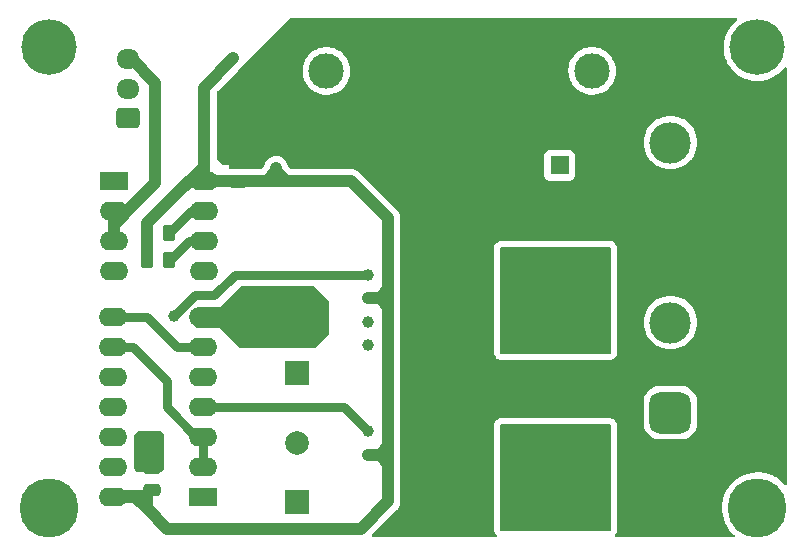
<source format=gbr>
%TF.GenerationSoftware,KiCad,Pcbnew,(6.0.2)*%
%TF.CreationDate,2022-03-25T17:55:46+07:00*%
%TF.ProjectId,Driver_motor_V02,44726976-6572-45f6-9d6f-746f725f5630,rev?*%
%TF.SameCoordinates,Original*%
%TF.FileFunction,Copper,L2,Bot*%
%TF.FilePolarity,Positive*%
%FSLAX46Y46*%
G04 Gerber Fmt 4.6, Leading zero omitted, Abs format (unit mm)*
G04 Created by KiCad (PCBNEW (6.0.2)) date 2022-03-25 17:55:46*
%MOMM*%
%LPD*%
G01*
G04 APERTURE LIST*
G04 Aperture macros list*
%AMRoundRect*
0 Rectangle with rounded corners*
0 $1 Rounding radius*
0 $2 $3 $4 $5 $6 $7 $8 $9 X,Y pos of 4 corners*
0 Add a 4 corners polygon primitive as box body*
4,1,4,$2,$3,$4,$5,$6,$7,$8,$9,$2,$3,0*
0 Add four circle primitives for the rounded corners*
1,1,$1+$1,$2,$3*
1,1,$1+$1,$4,$5*
1,1,$1+$1,$6,$7*
1,1,$1+$1,$8,$9*
0 Add four rect primitives between the rounded corners*
20,1,$1+$1,$2,$3,$4,$5,0*
20,1,$1+$1,$4,$5,$6,$7,0*
20,1,$1+$1,$6,$7,$8,$9,0*
20,1,$1+$1,$8,$9,$2,$3,0*%
G04 Aperture macros list end*
%TA.AperFunction,ComponentPad*%
%ADD10RoundRect,0.250000X0.725000X-0.600000X0.725000X0.600000X-0.725000X0.600000X-0.725000X-0.600000X0*%
%TD*%
%TA.AperFunction,ComponentPad*%
%ADD11O,1.950000X1.700000*%
%TD*%
%TA.AperFunction,ComponentPad*%
%ADD12R,2.000000X2.000000*%
%TD*%
%TA.AperFunction,ComponentPad*%
%ADD13C,2.000000*%
%TD*%
%TA.AperFunction,ComponentPad*%
%ADD14C,4.700000*%
%TD*%
%TA.AperFunction,ComponentPad*%
%ADD15R,2.400000X1.600000*%
%TD*%
%TA.AperFunction,ComponentPad*%
%ADD16O,2.400000X1.600000*%
%TD*%
%TA.AperFunction,ComponentPad*%
%ADD17C,5.000000*%
%TD*%
%TA.AperFunction,ComponentPad*%
%ADD18R,1.600000X1.600000*%
%TD*%
%TA.AperFunction,ComponentPad*%
%ADD19C,1.600000*%
%TD*%
%TA.AperFunction,ComponentPad*%
%ADD20RoundRect,0.875000X0.875000X-0.875000X0.875000X0.875000X-0.875000X0.875000X-0.875000X-0.875000X0*%
%TD*%
%TA.AperFunction,ComponentPad*%
%ADD21C,3.500000*%
%TD*%
%TA.AperFunction,ComponentPad*%
%ADD22C,3.000000*%
%TD*%
%TA.AperFunction,SMDPad,CuDef*%
%ADD23RoundRect,0.250000X0.262500X0.450000X-0.262500X0.450000X-0.262500X-0.450000X0.262500X-0.450000X0*%
%TD*%
%TA.AperFunction,SMDPad,CuDef*%
%ADD24RoundRect,0.250000X-0.475000X0.250000X-0.475000X-0.250000X0.475000X-0.250000X0.475000X0.250000X0*%
%TD*%
%TA.AperFunction,SMDPad,CuDef*%
%ADD25RoundRect,0.250000X0.475000X-0.250000X0.475000X0.250000X-0.475000X0.250000X-0.475000X-0.250000X0*%
%TD*%
%TA.AperFunction,ViaPad*%
%ADD26C,1.000000*%
%TD*%
%TA.AperFunction,ViaPad*%
%ADD27C,1.016000*%
%TD*%
%TA.AperFunction,Conductor*%
%ADD28C,1.016000*%
%TD*%
%TA.AperFunction,Conductor*%
%ADD29C,0.762000*%
%TD*%
G04 APERTURE END LIST*
D10*
%TO.P,J2,1,Pin_1*%
%TO.N,/PWM*%
X115225000Y-95750000D03*
D11*
%TO.P,J2,2,Pin_2*%
%TO.N,/DIR*%
X115225000Y-93250000D03*
%TO.P,J2,3,Pin_3*%
%TO.N,/GND1*%
X115225000Y-90750000D03*
%TD*%
D12*
%TO.P,C1,1*%
%TO.N,VCC*%
X129500000Y-117367677D03*
D13*
%TO.P,C1,2*%
%TO.N,GND*%
X129500000Y-112367677D03*
%TD*%
D14*
%TO.P,REF\u002A\u002A,*%
%TO.N,*%
X108500000Y-89750000D03*
%TD*%
D15*
%TO.P,U3,1,A1*%
%TO.N,Net-(R10-Pad2)*%
X113975000Y-101075000D03*
D16*
%TO.P,U3,2,C1*%
%TO.N,/GND1*%
X113975000Y-103615000D03*
%TO.P,U3,3,C2*%
X113975000Y-106155000D03*
%TO.P,U3,4,A2*%
%TO.N,Net-(R11-Pad2)*%
X113975000Y-108695000D03*
%TO.P,U3,5,GND*%
%TO.N,GND*%
X121595000Y-108695000D03*
%TO.P,U3,6,VO2*%
%TO.N,/B*%
X121595000Y-106155000D03*
%TO.P,U3,7,VO1*%
%TO.N,/A*%
X121595000Y-103615000D03*
%TO.P,U3,8,VCC*%
%TO.N,+5V*%
X121595000Y-101075000D03*
%TD*%
D17*
%TO.P,REF\u002A\u002A,*%
%TO.N,*%
X108500000Y-128750000D03*
%TD*%
D18*
%TO.P,C2,1*%
%TO.N,VCC*%
X151750000Y-99747349D03*
D19*
%TO.P,C2,2*%
%TO.N,GND*%
X151750000Y-103547349D03*
%TD*%
D20*
%TO.P,J1,1,Pin_1*%
%TO.N,/M+*%
X161125000Y-120680000D03*
D21*
%TO.P,J1,2,Pin_2*%
%TO.N,/M-*%
X161125000Y-113060000D03*
%TO.P,J1,3,Pin_3*%
%TO.N,GND*%
X161125000Y-105440000D03*
%TO.P,J1,4,Pin_4*%
%TO.N,Net-(F1-Pad1)*%
X161125000Y-97820000D03*
%TD*%
D17*
%TO.P,REF\u002A\u002A,*%
%TO.N,*%
X168500000Y-128750000D03*
%TD*%
D12*
%TO.P,C5,1*%
%TO.N,VCC*%
X129500000Y-128250000D03*
D13*
%TO.P,C5,2*%
%TO.N,GND*%
X129500000Y-123250000D03*
%TD*%
D22*
%TO.P,F1,1*%
%TO.N,Net-(F1-Pad1)*%
X154500000Y-91750000D03*
%TO.P,F1,2*%
%TO.N,VCC*%
X132000000Y-91750000D03*
%TD*%
D14*
%TO.P,REF\u002A\u002A,*%
%TO.N,*%
X168500000Y-89750000D03*
%TD*%
D15*
%TO.P,U2,1*%
%TO.N,Net-(U2-Pad1)*%
X121550000Y-127830000D03*
D16*
%TO.P,U2,2*%
%TO.N,/B*%
X121550000Y-125290000D03*
%TO.P,U2,3*%
X121550000Y-122750000D03*
%TO.P,U2,4*%
%TO.N,/IN1*%
X121550000Y-120210000D03*
%TO.P,U2,5*%
%TO.N,Net-(U2-Pad1)*%
X121550000Y-117670000D03*
%TO.P,U2,6*%
%TO.N,/A*%
X121550000Y-115130000D03*
%TO.P,U2,7,GND*%
%TO.N,GND*%
X121550000Y-112590000D03*
%TO.P,U2,8*%
%TO.N,/A*%
X113930000Y-112590000D03*
%TO.P,U2,9*%
%TO.N,/B*%
X113930000Y-115130000D03*
%TO.P,U2,10*%
%TO.N,/IN2*%
X113930000Y-117670000D03*
%TO.P,U2,11*%
%TO.N,N/C*%
X113930000Y-120210000D03*
%TO.P,U2,12*%
X113930000Y-122750000D03*
%TO.P,U2,13*%
X113930000Y-125290000D03*
%TO.P,U2,14,VCC*%
%TO.N,+5V*%
X113930000Y-127830000D03*
%TD*%
D23*
%TO.P,R13,1*%
%TO.N,/B*%
X118662500Y-107750000D03*
%TO.P,R13,2*%
%TO.N,+5V*%
X116837500Y-107750000D03*
%TD*%
%TO.P,R12,1*%
%TO.N,/A*%
X118662500Y-105500000D03*
%TO.P,R12,2*%
%TO.N,+5V*%
X116837500Y-105500000D03*
%TD*%
D24*
%TO.P,C7,1*%
%TO.N,GND*%
X124500000Y-99300000D03*
%TO.P,C7,2*%
%TO.N,+5V*%
X124500000Y-101200000D03*
%TD*%
D25*
%TO.P,C6,1*%
%TO.N,+5V*%
X117250000Y-127250000D03*
%TO.P,C6,2*%
%TO.N,GND*%
X117250000Y-125350000D03*
%TD*%
D26*
%TO.N,GND*%
X141250000Y-107000000D03*
X142125000Y-119250000D03*
X142750000Y-120400000D03*
X129900000Y-97000000D03*
X117600000Y-123000000D03*
X116400000Y-124250000D03*
X141700000Y-100600000D03*
X145000000Y-98000000D03*
X145200000Y-100600000D03*
X135500000Y-113000000D03*
X116400000Y-123000000D03*
X145200000Y-102350000D03*
X139750000Y-107000000D03*
X144000000Y-120400000D03*
X129875581Y-99500000D03*
X143375000Y-119250000D03*
X145200000Y-104100000D03*
X143300000Y-102500000D03*
X144250000Y-107000000D03*
X141700000Y-104100000D03*
X143500000Y-98000000D03*
X140250000Y-120400000D03*
X135500000Y-115000000D03*
X117600000Y-124250000D03*
X143450000Y-100600000D03*
X129882558Y-98250000D03*
X142000000Y-98000000D03*
X142750000Y-107000000D03*
X143450000Y-104100000D03*
X141700000Y-102350000D03*
X140875000Y-119250000D03*
X140500000Y-98000000D03*
X141500000Y-120400000D03*
%TO.N,+5V*%
X135500000Y-124250000D03*
X135500000Y-111000000D03*
X124125000Y-90675000D03*
D27*
X127750000Y-100000000D03*
%TO.N,/M+*%
X150499596Y-123250000D03*
X154499596Y-123250000D03*
X154499596Y-129250000D03*
X148499596Y-123250000D03*
X148499596Y-129250000D03*
X152499596Y-127250000D03*
X154499596Y-127250000D03*
X150499596Y-125250000D03*
X148499596Y-125250000D03*
X154499596Y-125250000D03*
X152499596Y-123250000D03*
X150499596Y-129250000D03*
X152499596Y-129250000D03*
X150499596Y-127250000D03*
X148499596Y-127250000D03*
X152499596Y-125250000D03*
%TO.N,/M-*%
X152500000Y-114250000D03*
X150500000Y-114250000D03*
X148500000Y-110250000D03*
X154500000Y-114250000D03*
X150500000Y-112250000D03*
X154500000Y-112250000D03*
X148500000Y-112250000D03*
X152500000Y-112250000D03*
X150500000Y-108250000D03*
X150500000Y-110250000D03*
X152500000Y-110250000D03*
X148500000Y-108250000D03*
X152500000Y-108250000D03*
X154500000Y-110250000D03*
X148500000Y-114250000D03*
X154500000Y-108250000D03*
D26*
%TO.N,/IN1*%
X135500000Y-122250000D03*
%TO.N,/IN2*%
X135500000Y-109000000D03*
X119125000Y-112500000D03*
%TD*%
D28*
%TO.N,+5V*%
X137250000Y-122500000D02*
X137250000Y-123500000D01*
X119375000Y-102125000D02*
X121595000Y-99905000D01*
X121595000Y-101075000D02*
X121595000Y-99345000D01*
X113930000Y-127830000D02*
X115830000Y-127830000D01*
X124975000Y-101075000D02*
X125000000Y-101050000D01*
X125000000Y-101050000D02*
X126950000Y-101050000D01*
X137250000Y-112250000D02*
X137250000Y-122500000D01*
X116837500Y-105500000D02*
X116837500Y-104662500D01*
X121595000Y-93205000D02*
X124125000Y-90675000D01*
X128550000Y-101050000D02*
X134050000Y-101050000D01*
X121620000Y-101050000D02*
X121595000Y-101075000D01*
X137250000Y-112250000D02*
X137250000Y-111750000D01*
X137250000Y-128207680D02*
X134957680Y-130500000D01*
X116837500Y-104662500D02*
X119375000Y-102125000D01*
X137250000Y-125250000D02*
X137250000Y-125000000D01*
X137250000Y-123500000D02*
X136500000Y-124250000D01*
X135500000Y-111000000D02*
X136500000Y-111000000D01*
X128550000Y-101050000D02*
X127750000Y-100250000D01*
X121595000Y-99345000D02*
X121595000Y-93205000D01*
X134957680Y-130500000D02*
X118500000Y-130500000D01*
X120425000Y-101075000D02*
X121595000Y-101075000D01*
X116800000Y-127750000D02*
X114010000Y-127750000D01*
X137000000Y-124250000D02*
X137250000Y-124500000D01*
X127750000Y-100250000D02*
X126950000Y-101050000D01*
X114010000Y-127750000D02*
X113930000Y-127830000D01*
X136500000Y-111000000D02*
X137000000Y-111000000D01*
X137000000Y-111000000D02*
X137250000Y-111250000D01*
X137250000Y-110250000D02*
X136500000Y-111000000D01*
X137250000Y-124500000D02*
X137250000Y-125250000D01*
X115910000Y-127750000D02*
X115830000Y-127830000D01*
X135500000Y-124250000D02*
X136500000Y-124250000D01*
X137250000Y-110000000D02*
X137250000Y-110250000D01*
X115830000Y-127830000D02*
X116800000Y-128800000D01*
X127800000Y-101050000D02*
X128550000Y-101050000D01*
X121595000Y-101075000D02*
X124975000Y-101075000D01*
X127750000Y-100000000D02*
X127750000Y-100250000D01*
X137250000Y-123500000D02*
X137250000Y-124500000D01*
X119375000Y-102125000D02*
X120425000Y-101075000D01*
X137250000Y-125250000D02*
X137250000Y-128207680D01*
X118500000Y-130500000D02*
X116800000Y-128800000D01*
X116837500Y-107750000D02*
X116837500Y-105500000D01*
X127750000Y-100000000D02*
X127750000Y-101000000D01*
X127750000Y-101000000D02*
X127800000Y-101050000D01*
X116800000Y-127750000D02*
X116800000Y-128800000D01*
X137250000Y-111750000D02*
X136500000Y-111000000D01*
X137250000Y-104250000D02*
X137250000Y-110250000D01*
X137250000Y-110000000D02*
X137250000Y-111250000D01*
X137250000Y-111250000D02*
X137250000Y-112250000D01*
X136500000Y-124250000D02*
X137000000Y-124250000D01*
X121595000Y-99905000D02*
X121595000Y-99345000D01*
X116800000Y-127750000D02*
X115910000Y-127750000D01*
X134050000Y-101050000D02*
X137250000Y-104250000D01*
X126950000Y-101050000D02*
X127800000Y-101050000D01*
X137250000Y-125000000D02*
X136500000Y-124250000D01*
%TO.N,/GND1*%
X113975000Y-103615000D02*
X115135000Y-103615000D01*
X115135000Y-103615000D02*
X116000000Y-102750000D01*
X113975000Y-104775000D02*
X113975000Y-104975000D01*
X117500000Y-92750000D02*
X115500000Y-90750000D01*
X115500000Y-90750000D02*
X115225000Y-90750000D01*
X117500000Y-101250000D02*
X117500000Y-92750000D01*
X113975000Y-104975000D02*
X113975000Y-103615000D01*
X116000000Y-102750000D02*
X117500000Y-101250000D01*
X116000000Y-102750000D02*
X113975000Y-104775000D01*
X113975000Y-106155000D02*
X113975000Y-104975000D01*
D29*
%TO.N,/IN1*%
X121550000Y-120210000D02*
X133460000Y-120210000D01*
X133460000Y-120210000D02*
X135500000Y-122250000D01*
%TO.N,/IN2*%
X120850000Y-110750000D02*
X122500000Y-110750000D01*
X122500000Y-110750000D02*
X124250000Y-109000000D01*
X124250000Y-109000000D02*
X135500000Y-109000000D01*
X119125000Y-112475000D02*
X120850000Y-110750000D01*
X119125000Y-112500000D02*
X119125000Y-112475000D01*
%TO.N,/A*%
X121585000Y-103625000D02*
X121595000Y-103615000D01*
X120547500Y-103615000D02*
X118662500Y-105500000D01*
X121595000Y-103615000D02*
X120547500Y-103615000D01*
X116840000Y-112590000D02*
X119380000Y-115130000D01*
X119380000Y-115130000D02*
X121550000Y-115130000D01*
X113930000Y-112590000D02*
X116840000Y-112590000D01*
%TO.N,/B*%
X115630000Y-115130000D02*
X118500000Y-118000000D01*
X118500000Y-118000000D02*
X118500000Y-120250000D01*
X118662500Y-107750000D02*
X118750000Y-107750000D01*
X118500000Y-120250000D02*
X121000000Y-122750000D01*
X120345000Y-106155000D02*
X121595000Y-106155000D01*
X113930000Y-115130000D02*
X115630000Y-115130000D01*
X121000000Y-122750000D02*
X121550000Y-122750000D01*
X118750000Y-107750000D02*
X120345000Y-106155000D01*
X121550000Y-122750000D02*
X121550000Y-125290000D01*
X121590000Y-106150000D02*
X121595000Y-106155000D01*
%TD*%
%TA.AperFunction,Conductor*%
%TO.N,/M-*%
G36*
X156042121Y-106680002D02*
G01*
X156088614Y-106733658D01*
X156100000Y-106786000D01*
X156100000Y-115584000D01*
X156079998Y-115652121D01*
X156026342Y-115698614D01*
X155974000Y-115710000D01*
X146826000Y-115710000D01*
X146757879Y-115689998D01*
X146711386Y-115636342D01*
X146700000Y-115584000D01*
X146700000Y-106786000D01*
X146720002Y-106717879D01*
X146773658Y-106671386D01*
X146826000Y-106660000D01*
X155974000Y-106660000D01*
X156042121Y-106680002D01*
G37*
%TD.AperFunction*%
%TD*%
%TA.AperFunction,Conductor*%
%TO.N,/M+*%
G36*
X156041717Y-121680002D02*
G01*
X156088210Y-121733658D01*
X156099596Y-121786000D01*
X156099596Y-130584000D01*
X156079594Y-130652121D01*
X156025938Y-130698614D01*
X155973596Y-130710000D01*
X146825596Y-130710000D01*
X146757475Y-130689998D01*
X146710982Y-130636342D01*
X146699596Y-130584000D01*
X146699596Y-121786000D01*
X146719598Y-121717879D01*
X146773254Y-121671386D01*
X146825596Y-121660000D01*
X155973596Y-121660000D01*
X156041717Y-121680002D01*
G37*
%TD.AperFunction*%
%TD*%
%TA.AperFunction,Conductor*%
%TO.N,GND*%
G36*
X131015931Y-110020002D02*
G01*
X131036905Y-110036905D01*
X132213095Y-111213095D01*
X132247121Y-111275407D01*
X132250000Y-111302190D01*
X132250000Y-113947810D01*
X132229998Y-114015931D01*
X132213095Y-114036905D01*
X131036905Y-115213095D01*
X130974593Y-115247121D01*
X130947810Y-115250000D01*
X124802190Y-115250000D01*
X124734069Y-115229998D01*
X124713095Y-115213095D01*
X123000000Y-113500000D01*
X121052190Y-113500000D01*
X120984069Y-113479998D01*
X120963095Y-113463095D01*
X120536905Y-113036905D01*
X120502879Y-112974593D01*
X120500000Y-112947810D01*
X120500000Y-112410133D01*
X120520002Y-112342012D01*
X120536905Y-112321038D01*
X121071038Y-111786905D01*
X121133350Y-111752879D01*
X121160133Y-111750000D01*
X123000000Y-111750000D01*
X124713095Y-110036905D01*
X124775407Y-110002879D01*
X124802190Y-110000000D01*
X130947810Y-110000000D01*
X131015931Y-110020002D01*
G37*
%TD.AperFunction*%
%TD*%
%TA.AperFunction,Conductor*%
%TO.N,GND*%
G36*
X166747872Y-87278002D02*
G01*
X166794365Y-87331658D01*
X166804469Y-87401932D01*
X166774975Y-87466512D01*
X166758531Y-87482334D01*
X166725177Y-87509056D01*
X166584049Y-87622121D01*
X166352174Y-87856437D01*
X166148767Y-88115851D01*
X165976525Y-88396925D01*
X165837730Y-88695933D01*
X165734222Y-89008912D01*
X165667373Y-89331714D01*
X165638069Y-89660060D01*
X165638164Y-89663690D01*
X165638164Y-89663691D01*
X165640183Y-89740780D01*
X165646698Y-89989598D01*
X165647208Y-89993183D01*
X165647209Y-89993192D01*
X165662346Y-90099550D01*
X165693146Y-90315961D01*
X165694065Y-90319464D01*
X165694066Y-90319469D01*
X165775879Y-90631319D01*
X165776798Y-90634822D01*
X165896544Y-90941955D01*
X165952995Y-91048571D01*
X166037732Y-91208612D01*
X166050798Y-91233290D01*
X166052850Y-91236275D01*
X166052855Y-91236284D01*
X166235457Y-91501972D01*
X166235463Y-91501979D01*
X166237514Y-91504964D01*
X166454219Y-91753377D01*
X166698039Y-91975236D01*
X166700987Y-91977354D01*
X166700989Y-91977356D01*
X166962793Y-92165481D01*
X166962799Y-92165485D01*
X166965744Y-92167601D01*
X167253784Y-92327922D01*
X167558342Y-92454074D01*
X167561836Y-92455069D01*
X167561838Y-92455070D01*
X167871880Y-92543388D01*
X167871885Y-92543389D01*
X167875381Y-92544385D01*
X168061993Y-92574944D01*
X168197118Y-92597072D01*
X168197125Y-92597073D01*
X168200699Y-92597658D01*
X168365342Y-92605423D01*
X168526357Y-92613016D01*
X168526358Y-92613016D01*
X168529984Y-92613187D01*
X168541877Y-92612376D01*
X168855241Y-92591014D01*
X168855249Y-92591013D01*
X168858872Y-92590766D01*
X168862448Y-92590103D01*
X168862450Y-92590103D01*
X169179438Y-92531353D01*
X169179442Y-92531352D01*
X169183003Y-92530692D01*
X169498082Y-92433761D01*
X169638406Y-92372163D01*
X169796604Y-92302719D01*
X169796612Y-92302715D01*
X169799931Y-92301258D01*
X170084550Y-92134940D01*
X170255572Y-92006533D01*
X170345260Y-91939194D01*
X170345264Y-91939191D01*
X170348167Y-91937011D01*
X170587288Y-91710094D01*
X170769337Y-91492366D01*
X170828378Y-91452937D01*
X170899364Y-91451686D01*
X170959757Y-91489012D01*
X170990382Y-91553064D01*
X170992000Y-91573189D01*
X170992000Y-126691293D01*
X170971998Y-126759414D01*
X170918342Y-126805907D01*
X170848068Y-126816011D01*
X170783488Y-126786517D01*
X170773713Y-126777077D01*
X170585842Y-126574904D01*
X170322019Y-126349578D01*
X170034047Y-126156069D01*
X169991871Y-126134300D01*
X169728961Y-125998602D01*
X169725741Y-125996940D01*
X169401189Y-125874302D01*
X169397668Y-125873418D01*
X169397663Y-125873416D01*
X169236378Y-125832904D01*
X169064692Y-125789780D01*
X169042476Y-125786855D01*
X168724315Y-125744968D01*
X168724307Y-125744967D01*
X168720711Y-125744494D01*
X168576045Y-125742221D01*
X168377446Y-125739101D01*
X168377442Y-125739101D01*
X168373804Y-125739044D01*
X168370190Y-125739405D01*
X168370184Y-125739405D01*
X168126843Y-125763694D01*
X168028569Y-125773503D01*
X167689583Y-125847414D01*
X167686156Y-125848587D01*
X167686150Y-125848589D01*
X167607296Y-125875587D01*
X167361339Y-125959797D01*
X167048188Y-126109163D01*
X166754279Y-126293532D01*
X166751443Y-126295804D01*
X166751436Y-126295809D01*
X166587030Y-126427523D01*
X166483509Y-126510459D01*
X166239466Y-126757071D01*
X166237225Y-126759929D01*
X166063205Y-126981866D01*
X166025386Y-127030098D01*
X165844105Y-127325921D01*
X165698027Y-127640620D01*
X165589087Y-127970023D01*
X165588351Y-127973578D01*
X165588350Y-127973581D01*
X165549892Y-128159289D01*
X165518730Y-128309764D01*
X165487888Y-128655341D01*
X165487983Y-128658971D01*
X165487983Y-128658972D01*
X165496737Y-128993261D01*
X165496970Y-129002171D01*
X165545856Y-129345660D01*
X165633897Y-129681253D01*
X165759927Y-130004503D01*
X165922275Y-130311126D01*
X165924325Y-130314109D01*
X165924327Y-130314112D01*
X166116733Y-130594064D01*
X166116739Y-130594071D01*
X166118790Y-130597056D01*
X166121178Y-130599793D01*
X166342939Y-130854003D01*
X166346866Y-130858505D01*
X166464153Y-130965228D01*
X166527431Y-131022806D01*
X166564354Y-131083447D01*
X166562631Y-131154422D01*
X166522809Y-131213199D01*
X166457531Y-131241116D01*
X166442632Y-131242000D01*
X156509700Y-131242000D01*
X156441579Y-131221998D01*
X156395086Y-131168342D01*
X156384982Y-131098068D01*
X156414476Y-131033487D01*
X156473623Y-130965228D01*
X156506951Y-130926766D01*
X156567017Y-130795240D01*
X156587019Y-130727119D01*
X156587660Y-130722664D01*
X156606957Y-130588448D01*
X156606958Y-130588441D01*
X156607596Y-130584000D01*
X156607596Y-121786000D01*
X156595987Y-121678020D01*
X156589318Y-121647364D01*
X158866500Y-121647364D01*
X158866591Y-121649037D01*
X158866591Y-121649052D01*
X158869309Y-121699227D01*
X158869619Y-121704957D01*
X158914620Y-121935393D01*
X158997804Y-122154952D01*
X159116791Y-122357356D01*
X159268181Y-122536819D01*
X159447644Y-122688209D01*
X159650048Y-122807196D01*
X159869607Y-122890380D01*
X160100043Y-122935381D01*
X160104401Y-122935617D01*
X160155948Y-122938409D01*
X160155963Y-122938409D01*
X160157636Y-122938500D01*
X162092364Y-122938500D01*
X162094037Y-122938409D01*
X162094052Y-122938409D01*
X162145599Y-122935617D01*
X162149957Y-122935381D01*
X162380393Y-122890380D01*
X162599952Y-122807196D01*
X162802356Y-122688209D01*
X162981819Y-122536819D01*
X163133209Y-122357356D01*
X163252196Y-122154952D01*
X163335380Y-121935393D01*
X163380381Y-121704957D01*
X163380691Y-121699227D01*
X163383409Y-121649052D01*
X163383409Y-121649037D01*
X163383500Y-121647364D01*
X163383500Y-119712636D01*
X163380381Y-119655043D01*
X163335380Y-119424607D01*
X163252196Y-119205048D01*
X163133209Y-119002644D01*
X162981819Y-118823181D01*
X162802356Y-118671791D01*
X162599952Y-118552804D01*
X162380393Y-118469620D01*
X162149957Y-118424619D01*
X162144227Y-118424309D01*
X162094052Y-118421591D01*
X162094037Y-118421591D01*
X162092364Y-118421500D01*
X160157636Y-118421500D01*
X160155963Y-118421591D01*
X160155948Y-118421591D01*
X160105773Y-118424309D01*
X160100043Y-118424619D01*
X159869607Y-118469620D01*
X159650048Y-118552804D01*
X159447644Y-118671791D01*
X159268181Y-118823181D01*
X159116791Y-119002644D01*
X158997804Y-119205048D01*
X158914620Y-119424607D01*
X158869619Y-119655043D01*
X158866500Y-119712636D01*
X158866500Y-121647364D01*
X156589318Y-121647364D01*
X156584601Y-121625678D01*
X156550303Y-121522628D01*
X156472131Y-121400990D01*
X156425638Y-121347334D01*
X156406809Y-121331018D01*
X156389248Y-121315802D01*
X156316362Y-121252645D01*
X156184836Y-121192579D01*
X156161082Y-121185604D01*
X156121038Y-121173846D01*
X156121034Y-121173845D01*
X156116715Y-121172577D01*
X156112267Y-121171937D01*
X156112260Y-121171936D01*
X155978044Y-121152639D01*
X155978037Y-121152638D01*
X155973596Y-121152000D01*
X146825596Y-121152000D01*
X146717616Y-121163609D01*
X146714332Y-121164323D01*
X146714328Y-121164324D01*
X146689257Y-121169778D01*
X146665274Y-121174995D01*
X146562224Y-121209293D01*
X146440586Y-121287465D01*
X146386930Y-121333958D01*
X146383989Y-121337352D01*
X146375176Y-121347523D01*
X146292241Y-121443234D01*
X146288497Y-121451431D01*
X146288497Y-121451432D01*
X146273407Y-121484475D01*
X146232175Y-121574760D01*
X146212173Y-121642881D01*
X146211533Y-121647329D01*
X146211532Y-121647336D01*
X146192235Y-121781552D01*
X146192234Y-121781559D01*
X146191596Y-121786000D01*
X146191596Y-130584000D01*
X146203205Y-130691980D01*
X146214591Y-130744322D01*
X146248889Y-130847372D01*
X146327061Y-130969010D01*
X146373554Y-131022666D01*
X146376948Y-131025607D01*
X146378246Y-131026905D01*
X146412272Y-131089217D01*
X146407207Y-131160032D01*
X146364660Y-131216868D01*
X146298140Y-131241679D01*
X146289151Y-131242000D01*
X135957418Y-131242000D01*
X135889297Y-131221998D01*
X135842804Y-131168342D01*
X135832700Y-131098068D01*
X135862194Y-131033488D01*
X135868323Y-131026905D01*
X137924733Y-128970495D01*
X137934876Y-128961393D01*
X137959849Y-128941314D01*
X137964649Y-128937455D01*
X137997187Y-128898678D01*
X138000351Y-128895051D01*
X138002046Y-128893182D01*
X138004240Y-128890988D01*
X138031812Y-128857422D01*
X138032518Y-128856572D01*
X138088824Y-128789469D01*
X138088825Y-128789468D01*
X138092786Y-128784747D01*
X138095373Y-128780041D01*
X138098782Y-128775891D01*
X138101690Y-128770467D01*
X138101697Y-128770457D01*
X138143061Y-128693312D01*
X138143690Y-128692152D01*
X138185852Y-128615459D01*
X138188821Y-128610059D01*
X138190445Y-128604939D01*
X138192983Y-128600206D01*
X138220352Y-128510687D01*
X138220744Y-128509428D01*
X138247235Y-128425919D01*
X138247236Y-128425915D01*
X138249098Y-128420045D01*
X138249697Y-128414707D01*
X138251267Y-128409571D01*
X138260739Y-128316312D01*
X138260861Y-128315172D01*
X138266500Y-128264896D01*
X138266500Y-128261390D01*
X138266563Y-128260264D01*
X138267011Y-128254570D01*
X138270789Y-128217375D01*
X138270789Y-128217369D01*
X138271411Y-128211245D01*
X138267059Y-128165203D01*
X138266500Y-128153346D01*
X138266500Y-125062276D01*
X138267237Y-125048668D01*
X138270697Y-125016821D01*
X138270697Y-125016817D01*
X138271362Y-125010696D01*
X138266979Y-124960597D01*
X138266500Y-124949616D01*
X138266500Y-124562273D01*
X138267237Y-124548665D01*
X138270696Y-124516821D01*
X138271362Y-124510695D01*
X138266980Y-124460611D01*
X138266500Y-124449629D01*
X138266500Y-123558298D01*
X138267145Y-123545566D01*
X138270789Y-123509693D01*
X138270789Y-123509689D01*
X138271411Y-123503565D01*
X138267059Y-123457523D01*
X138266500Y-123445666D01*
X138266500Y-115584000D01*
X146192000Y-115584000D01*
X146203609Y-115691980D01*
X146214995Y-115744322D01*
X146249293Y-115847372D01*
X146327465Y-115969010D01*
X146330407Y-115972405D01*
X146330409Y-115972408D01*
X146358144Y-116004416D01*
X146373958Y-116022666D01*
X146377352Y-116025607D01*
X146400786Y-116045913D01*
X146483234Y-116117355D01*
X146614760Y-116177421D01*
X146638514Y-116184396D01*
X146678558Y-116196154D01*
X146678562Y-116196155D01*
X146682881Y-116197423D01*
X146687329Y-116198063D01*
X146687336Y-116198064D01*
X146821552Y-116217361D01*
X146821559Y-116217362D01*
X146826000Y-116218000D01*
X155974000Y-116218000D01*
X156081980Y-116206391D01*
X156085264Y-116205677D01*
X156085268Y-116205676D01*
X156110339Y-116200222D01*
X156134322Y-116195005D01*
X156237372Y-116160707D01*
X156359010Y-116082535D01*
X156412666Y-116036042D01*
X156424257Y-116022666D01*
X156501453Y-115933577D01*
X156507355Y-115926766D01*
X156567421Y-115795240D01*
X156587423Y-115727119D01*
X156588064Y-115722664D01*
X156607361Y-115588448D01*
X156607362Y-115588441D01*
X156608000Y-115584000D01*
X156608000Y-113060000D01*
X158861654Y-113060000D01*
X158881017Y-113355426D01*
X158938776Y-113645797D01*
X159033941Y-113926145D01*
X159164885Y-114191673D01*
X159329367Y-114437838D01*
X159332081Y-114440932D01*
X159332085Y-114440938D01*
X159360423Y-114473251D01*
X159524573Y-114660427D01*
X159527662Y-114663136D01*
X159744062Y-114852915D01*
X159744068Y-114852919D01*
X159747162Y-114855633D01*
X159750588Y-114857922D01*
X159750593Y-114857926D01*
X159816425Y-114901913D01*
X159993327Y-115020115D01*
X159997026Y-115021939D01*
X159997031Y-115021942D01*
X160133313Y-115089148D01*
X160258855Y-115151059D01*
X160262760Y-115152384D01*
X160262761Y-115152385D01*
X160535290Y-115244896D01*
X160535294Y-115244897D01*
X160539203Y-115246224D01*
X160543247Y-115247028D01*
X160543253Y-115247030D01*
X160825535Y-115303180D01*
X160825541Y-115303181D01*
X160829574Y-115303983D01*
X160833679Y-115304252D01*
X160833686Y-115304253D01*
X161120881Y-115323076D01*
X161125000Y-115323346D01*
X161129119Y-115323076D01*
X161416314Y-115304253D01*
X161416321Y-115304252D01*
X161420426Y-115303983D01*
X161424459Y-115303181D01*
X161424465Y-115303180D01*
X161706747Y-115247030D01*
X161706753Y-115247028D01*
X161710797Y-115246224D01*
X161714706Y-115244897D01*
X161714710Y-115244896D01*
X161987239Y-115152385D01*
X161987240Y-115152384D01*
X161991145Y-115151059D01*
X162116687Y-115089148D01*
X162252969Y-115021942D01*
X162252974Y-115021939D01*
X162256673Y-115020115D01*
X162433575Y-114901913D01*
X162499407Y-114857926D01*
X162499412Y-114857922D01*
X162502838Y-114855633D01*
X162505932Y-114852919D01*
X162505938Y-114852915D01*
X162722338Y-114663136D01*
X162725427Y-114660427D01*
X162889577Y-114473251D01*
X162917915Y-114440938D01*
X162917919Y-114440932D01*
X162920633Y-114437838D01*
X163085115Y-114191673D01*
X163216059Y-113926145D01*
X163311224Y-113645797D01*
X163368983Y-113355426D01*
X163388346Y-113060000D01*
X163368983Y-112764574D01*
X163311224Y-112474203D01*
X163216059Y-112193855D01*
X163128597Y-112016500D01*
X163086942Y-111932031D01*
X163086939Y-111932026D01*
X163085115Y-111928327D01*
X162998480Y-111798668D01*
X162922926Y-111685593D01*
X162922922Y-111685588D01*
X162920633Y-111682162D01*
X162917919Y-111679068D01*
X162917915Y-111679062D01*
X162728136Y-111462662D01*
X162725427Y-111459573D01*
X162722338Y-111456864D01*
X162505938Y-111267085D01*
X162505932Y-111267081D01*
X162502838Y-111264367D01*
X162499412Y-111262078D01*
X162499407Y-111262074D01*
X162260106Y-111102179D01*
X162256673Y-111099885D01*
X162252974Y-111098061D01*
X162252969Y-111098058D01*
X162039666Y-110992869D01*
X161991145Y-110968941D01*
X161987239Y-110967615D01*
X161714710Y-110875104D01*
X161714706Y-110875103D01*
X161710797Y-110873776D01*
X161706753Y-110872972D01*
X161706747Y-110872970D01*
X161424465Y-110816820D01*
X161424459Y-110816819D01*
X161420426Y-110816017D01*
X161416321Y-110815748D01*
X161416314Y-110815747D01*
X161129119Y-110796924D01*
X161125000Y-110796654D01*
X161120881Y-110796924D01*
X160833686Y-110815747D01*
X160833679Y-110815748D01*
X160829574Y-110816017D01*
X160825541Y-110816819D01*
X160825535Y-110816820D01*
X160543253Y-110872970D01*
X160543247Y-110872972D01*
X160539203Y-110873776D01*
X160535294Y-110875103D01*
X160535290Y-110875104D01*
X160262761Y-110967615D01*
X160258855Y-110968941D01*
X160210334Y-110992869D01*
X159997031Y-111098058D01*
X159997026Y-111098061D01*
X159993327Y-111099885D01*
X159989894Y-111102179D01*
X159750593Y-111262074D01*
X159750588Y-111262078D01*
X159747162Y-111264367D01*
X159744068Y-111267081D01*
X159744062Y-111267085D01*
X159527662Y-111456864D01*
X159524573Y-111459573D01*
X159521864Y-111462662D01*
X159332085Y-111679062D01*
X159332081Y-111679068D01*
X159329367Y-111682162D01*
X159327078Y-111685588D01*
X159327074Y-111685593D01*
X159251520Y-111798668D01*
X159164885Y-111928327D01*
X159163061Y-111932026D01*
X159163058Y-111932031D01*
X159121403Y-112016500D01*
X159033941Y-112193855D01*
X158938776Y-112474203D01*
X158881017Y-112764574D01*
X158861654Y-113060000D01*
X156608000Y-113060000D01*
X156608000Y-106786000D01*
X156596391Y-106678020D01*
X156585005Y-106625678D01*
X156550707Y-106522628D01*
X156472535Y-106400990D01*
X156426042Y-106347334D01*
X156407213Y-106331018D01*
X156399214Y-106324087D01*
X156316766Y-106252645D01*
X156185240Y-106192579D01*
X156161486Y-106185604D01*
X156121442Y-106173846D01*
X156121438Y-106173845D01*
X156117119Y-106172577D01*
X156112671Y-106171937D01*
X156112664Y-106171936D01*
X155978448Y-106152639D01*
X155978441Y-106152638D01*
X155974000Y-106152000D01*
X146826000Y-106152000D01*
X146718020Y-106163609D01*
X146714736Y-106164323D01*
X146714732Y-106164324D01*
X146689661Y-106169778D01*
X146665678Y-106174995D01*
X146562628Y-106209293D01*
X146440990Y-106287465D01*
X146387334Y-106333958D01*
X146384393Y-106337352D01*
X146372803Y-106350727D01*
X146292645Y-106443234D01*
X146232579Y-106574760D01*
X146212577Y-106642881D01*
X146211937Y-106647329D01*
X146211936Y-106647336D01*
X146192639Y-106781552D01*
X146192638Y-106781559D01*
X146192000Y-106786000D01*
X146192000Y-115584000D01*
X138266500Y-115584000D01*
X138266500Y-111812276D01*
X138267237Y-111798668D01*
X138270697Y-111766821D01*
X138270697Y-111766817D01*
X138271362Y-111760696D01*
X138266979Y-111710597D01*
X138266500Y-111699616D01*
X138266500Y-111312273D01*
X138267237Y-111298665D01*
X138271362Y-111260695D01*
X138266980Y-111210611D01*
X138266500Y-111199629D01*
X138266500Y-110308298D01*
X138267145Y-110295566D01*
X138270789Y-110259693D01*
X138270789Y-110259689D01*
X138271411Y-110253565D01*
X138267059Y-110207523D01*
X138266500Y-110195666D01*
X138266500Y-104312273D01*
X138267237Y-104298665D01*
X138270696Y-104266821D01*
X138271362Y-104260695D01*
X138266955Y-104210322D01*
X138266626Y-104205507D01*
X138266500Y-104202931D01*
X138266500Y-104199843D01*
X138262267Y-104156665D01*
X138262146Y-104155354D01*
X138254524Y-104068245D01*
X138253987Y-104062108D01*
X138252489Y-104056953D01*
X138251965Y-104051606D01*
X138224842Y-103961771D01*
X138224500Y-103960615D01*
X138200091Y-103876596D01*
X138200089Y-103876590D01*
X138198371Y-103870678D01*
X138195902Y-103865914D01*
X138194348Y-103860768D01*
X138150310Y-103777944D01*
X138149763Y-103776902D01*
X138109471Y-103699170D01*
X138109471Y-103699169D01*
X138106633Y-103693695D01*
X138103282Y-103689497D01*
X138100761Y-103684756D01*
X138041613Y-103612233D01*
X138040785Y-103611208D01*
X138011428Y-103574434D01*
X138009232Y-103571683D01*
X138006736Y-103569187D01*
X138006017Y-103568383D01*
X138002297Y-103564028D01*
X137978663Y-103535049D01*
X137978660Y-103535046D01*
X137974768Y-103530274D01*
X137939133Y-103500794D01*
X137930354Y-103492805D01*
X135033031Y-100595483D01*
X150441500Y-100595483D01*
X150448255Y-100657665D01*
X150499385Y-100794054D01*
X150586739Y-100910610D01*
X150703295Y-100997964D01*
X150839684Y-101049094D01*
X150901866Y-101055849D01*
X152598134Y-101055849D01*
X152660316Y-101049094D01*
X152796705Y-100997964D01*
X152913261Y-100910610D01*
X153000615Y-100794054D01*
X153051745Y-100657665D01*
X153058500Y-100595483D01*
X153058500Y-98899215D01*
X153051745Y-98837033D01*
X153000615Y-98700644D01*
X152913261Y-98584088D01*
X152796705Y-98496734D01*
X152660316Y-98445604D01*
X152598134Y-98438849D01*
X150901866Y-98438849D01*
X150839684Y-98445604D01*
X150703295Y-98496734D01*
X150586739Y-98584088D01*
X150499385Y-98700644D01*
X150448255Y-98837033D01*
X150441500Y-98899215D01*
X150441500Y-100595483D01*
X135033031Y-100595483D01*
X134812815Y-100375267D01*
X134803713Y-100365124D01*
X134783634Y-100340151D01*
X134779775Y-100335351D01*
X134740998Y-100302813D01*
X134737371Y-100299649D01*
X134735502Y-100297954D01*
X134733308Y-100295760D01*
X134699742Y-100268188D01*
X134698945Y-100267526D01*
X134627067Y-100207214D01*
X134622361Y-100204627D01*
X134618211Y-100201218D01*
X134612787Y-100198310D01*
X134612777Y-100198303D01*
X134535632Y-100156939D01*
X134534472Y-100156310D01*
X134516972Y-100146689D01*
X134452379Y-100111179D01*
X134447259Y-100109555D01*
X134442526Y-100107017D01*
X134353007Y-100079648D01*
X134351748Y-100079256D01*
X134268239Y-100052765D01*
X134268235Y-100052764D01*
X134262365Y-100050902D01*
X134257027Y-100050303D01*
X134251891Y-100048733D01*
X134245760Y-100048110D01*
X134245759Y-100048110D01*
X134225113Y-100046013D01*
X134158569Y-100039254D01*
X134157449Y-100039134D01*
X134107216Y-100033500D01*
X134103711Y-100033500D01*
X134102603Y-100033438D01*
X134096908Y-100032990D01*
X134059695Y-100029210D01*
X134059688Y-100029210D01*
X134053565Y-100028588D01*
X134009398Y-100032763D01*
X134007515Y-100032941D01*
X133995657Y-100033500D01*
X129023238Y-100033500D01*
X128955117Y-100013498D01*
X128934143Y-99996595D01*
X128779885Y-99842337D01*
X128748358Y-99789660D01*
X128745882Y-99781457D01*
X128694348Y-99610768D01*
X128600761Y-99434756D01*
X128596871Y-99429986D01*
X128596868Y-99429982D01*
X128478663Y-99285049D01*
X128478660Y-99285046D01*
X128474768Y-99280274D01*
X128321170Y-99153206D01*
X128145815Y-99058392D01*
X127955385Y-98999444D01*
X127949260Y-98998800D01*
X127949259Y-98998800D01*
X127763260Y-98979251D01*
X127763258Y-98979251D01*
X127757131Y-98978607D01*
X127634252Y-98989790D01*
X127564746Y-98996115D01*
X127564745Y-98996115D01*
X127558605Y-98996674D01*
X127552691Y-98998415D01*
X127552689Y-98998415D01*
X127422539Y-99036721D01*
X127367370Y-99052958D01*
X127190709Y-99145314D01*
X127185909Y-99149174D01*
X127185908Y-99149174D01*
X127180893Y-99153206D01*
X127035351Y-99270225D01*
X126907214Y-99422933D01*
X126811179Y-99597621D01*
X126750902Y-99787635D01*
X126749478Y-99787183D01*
X126718835Y-99843617D01*
X126565857Y-99996595D01*
X126503545Y-100030621D01*
X126476762Y-100033500D01*
X125062273Y-100033500D01*
X125048665Y-100032763D01*
X125010695Y-100028638D01*
X125004557Y-100029175D01*
X125004555Y-100029175D01*
X124988472Y-100030582D01*
X124960322Y-100033045D01*
X124955507Y-100033374D01*
X124952931Y-100033500D01*
X124949843Y-100033500D01*
X124930931Y-100035354D01*
X124906665Y-100037733D01*
X124905354Y-100037854D01*
X124818245Y-100045476D01*
X124812108Y-100046013D01*
X124806953Y-100047511D01*
X124801606Y-100048035D01*
X124795701Y-100049818D01*
X124795700Y-100049818D01*
X124784757Y-100053122D01*
X124748339Y-100058500D01*
X123876000Y-100058500D01*
X123807879Y-100038498D01*
X123761386Y-99984842D01*
X123750000Y-99932500D01*
X123750000Y-99750000D01*
X123302190Y-99750000D01*
X123234069Y-99729998D01*
X123213095Y-99713095D01*
X122786905Y-99286905D01*
X122752879Y-99224593D01*
X122750000Y-99197810D01*
X122750000Y-97820000D01*
X158861654Y-97820000D01*
X158881017Y-98115426D01*
X158938776Y-98405797D01*
X158940103Y-98409706D01*
X158940104Y-98409710D01*
X158953230Y-98448378D01*
X159033941Y-98686145D01*
X159095852Y-98811687D01*
X159140701Y-98902632D01*
X159164885Y-98951673D01*
X159167179Y-98955106D01*
X159296851Y-99149174D01*
X159329367Y-99197838D01*
X159332081Y-99200932D01*
X159332085Y-99200938D01*
X159405849Y-99285049D01*
X159524573Y-99420427D01*
X159527662Y-99423136D01*
X159744062Y-99612915D01*
X159744068Y-99612919D01*
X159747162Y-99615633D01*
X159750588Y-99617922D01*
X159750593Y-99617926D01*
X159934405Y-99740744D01*
X159993327Y-99780115D01*
X159997026Y-99781939D01*
X159997031Y-99781942D01*
X160119501Y-99842337D01*
X160258855Y-99911059D01*
X160262760Y-99912384D01*
X160262761Y-99912385D01*
X160535290Y-100004896D01*
X160535294Y-100004897D01*
X160539203Y-100006224D01*
X160543247Y-100007028D01*
X160543253Y-100007030D01*
X160825535Y-100063180D01*
X160825541Y-100063181D01*
X160829574Y-100063983D01*
X160833679Y-100064252D01*
X160833686Y-100064253D01*
X161120881Y-100083076D01*
X161125000Y-100083346D01*
X161129119Y-100083076D01*
X161416314Y-100064253D01*
X161416321Y-100064252D01*
X161420426Y-100063983D01*
X161424459Y-100063181D01*
X161424465Y-100063180D01*
X161706747Y-100007030D01*
X161706753Y-100007028D01*
X161710797Y-100006224D01*
X161714706Y-100004897D01*
X161714710Y-100004896D01*
X161987239Y-99912385D01*
X161987240Y-99912384D01*
X161991145Y-99911059D01*
X162130499Y-99842337D01*
X162252969Y-99781942D01*
X162252974Y-99781939D01*
X162256673Y-99780115D01*
X162315595Y-99740744D01*
X162499407Y-99617926D01*
X162499412Y-99617922D01*
X162502838Y-99615633D01*
X162505932Y-99612919D01*
X162505938Y-99612915D01*
X162722338Y-99423136D01*
X162725427Y-99420427D01*
X162844151Y-99285049D01*
X162917915Y-99200938D01*
X162917919Y-99200932D01*
X162920633Y-99197838D01*
X162953150Y-99149174D01*
X163082821Y-98955106D01*
X163085115Y-98951673D01*
X163109300Y-98902632D01*
X163154148Y-98811687D01*
X163216059Y-98686145D01*
X163296770Y-98448378D01*
X163309896Y-98409710D01*
X163309897Y-98409706D01*
X163311224Y-98405797D01*
X163368983Y-98115426D01*
X163388346Y-97820000D01*
X163368983Y-97524574D01*
X163311224Y-97234203D01*
X163216059Y-96953855D01*
X163085115Y-96688327D01*
X162920633Y-96442162D01*
X162917919Y-96439068D01*
X162917915Y-96439062D01*
X162728136Y-96222662D01*
X162725427Y-96219573D01*
X162722338Y-96216864D01*
X162505938Y-96027085D01*
X162505932Y-96027081D01*
X162502838Y-96024367D01*
X162499412Y-96022078D01*
X162499407Y-96022074D01*
X162260106Y-95862179D01*
X162256673Y-95859885D01*
X162252974Y-95858061D01*
X162252969Y-95858058D01*
X162116687Y-95790852D01*
X161991145Y-95728941D01*
X161987239Y-95727615D01*
X161714710Y-95635104D01*
X161714706Y-95635103D01*
X161710797Y-95633776D01*
X161706753Y-95632972D01*
X161706747Y-95632970D01*
X161424465Y-95576820D01*
X161424459Y-95576819D01*
X161420426Y-95576017D01*
X161416321Y-95575748D01*
X161416314Y-95575747D01*
X161129119Y-95556924D01*
X161125000Y-95556654D01*
X161120881Y-95556924D01*
X160833686Y-95575747D01*
X160833679Y-95575748D01*
X160829574Y-95576017D01*
X160825541Y-95576819D01*
X160825535Y-95576820D01*
X160543253Y-95632970D01*
X160543247Y-95632972D01*
X160539203Y-95633776D01*
X160535294Y-95635103D01*
X160535290Y-95635104D01*
X160262761Y-95727615D01*
X160258855Y-95728941D01*
X160133313Y-95790852D01*
X159997031Y-95858058D01*
X159997026Y-95858061D01*
X159993327Y-95859885D01*
X159989894Y-95862179D01*
X159750593Y-96022074D01*
X159750588Y-96022078D01*
X159747162Y-96024367D01*
X159744068Y-96027081D01*
X159744062Y-96027085D01*
X159527662Y-96216864D01*
X159524573Y-96219573D01*
X159521864Y-96222662D01*
X159332085Y-96439062D01*
X159332081Y-96439068D01*
X159329367Y-96442162D01*
X159164885Y-96688327D01*
X159033941Y-96953855D01*
X158938776Y-97234203D01*
X158881017Y-97524574D01*
X158861654Y-97820000D01*
X122750000Y-97820000D01*
X122750000Y-93552190D01*
X122770002Y-93484069D01*
X122786905Y-93463095D01*
X124521082Y-91728918D01*
X129986917Y-91728918D01*
X130002682Y-92002320D01*
X130003507Y-92006525D01*
X130003508Y-92006533D01*
X130014127Y-92060657D01*
X130055405Y-92271053D01*
X130056792Y-92275103D01*
X130056793Y-92275108D01*
X130111479Y-92434831D01*
X130144112Y-92530144D01*
X130267160Y-92774799D01*
X130269586Y-92778328D01*
X130269589Y-92778334D01*
X130419843Y-92996953D01*
X130422274Y-93000490D01*
X130606582Y-93203043D01*
X130816675Y-93378707D01*
X130820316Y-93380991D01*
X131045024Y-93521951D01*
X131045028Y-93521953D01*
X131048664Y-93524234D01*
X131116544Y-93554883D01*
X131294345Y-93635164D01*
X131294349Y-93635166D01*
X131298257Y-93636930D01*
X131302377Y-93638150D01*
X131302376Y-93638150D01*
X131556723Y-93713491D01*
X131556727Y-93713492D01*
X131560836Y-93714709D01*
X131565070Y-93715357D01*
X131565075Y-93715358D01*
X131827298Y-93755483D01*
X131827300Y-93755483D01*
X131831540Y-93756132D01*
X131970912Y-93758322D01*
X132101071Y-93760367D01*
X132101077Y-93760367D01*
X132105362Y-93760434D01*
X132377235Y-93727534D01*
X132642127Y-93658041D01*
X132646087Y-93656401D01*
X132646092Y-93656399D01*
X132804137Y-93590934D01*
X132895136Y-93553241D01*
X133131582Y-93415073D01*
X133347089Y-93246094D01*
X133388809Y-93203043D01*
X133534686Y-93052509D01*
X133537669Y-93049431D01*
X133540202Y-93045983D01*
X133540206Y-93045978D01*
X133697257Y-92832178D01*
X133699795Y-92828723D01*
X133727154Y-92778334D01*
X133828418Y-92591830D01*
X133828419Y-92591828D01*
X133830468Y-92588054D01*
X133927269Y-92331877D01*
X133965379Y-92165481D01*
X133987449Y-92069117D01*
X133987450Y-92069113D01*
X133988407Y-92064933D01*
X134012751Y-91792161D01*
X134013193Y-91750000D01*
X134011756Y-91728918D01*
X152486917Y-91728918D01*
X152502682Y-92002320D01*
X152503507Y-92006525D01*
X152503508Y-92006533D01*
X152514127Y-92060657D01*
X152555405Y-92271053D01*
X152556792Y-92275103D01*
X152556793Y-92275108D01*
X152611479Y-92434831D01*
X152644112Y-92530144D01*
X152767160Y-92774799D01*
X152769586Y-92778328D01*
X152769589Y-92778334D01*
X152919843Y-92996953D01*
X152922274Y-93000490D01*
X153106582Y-93203043D01*
X153316675Y-93378707D01*
X153320316Y-93380991D01*
X153545024Y-93521951D01*
X153545028Y-93521953D01*
X153548664Y-93524234D01*
X153616544Y-93554883D01*
X153794345Y-93635164D01*
X153794349Y-93635166D01*
X153798257Y-93636930D01*
X153802377Y-93638150D01*
X153802376Y-93638150D01*
X154056723Y-93713491D01*
X154056727Y-93713492D01*
X154060836Y-93714709D01*
X154065070Y-93715357D01*
X154065075Y-93715358D01*
X154327298Y-93755483D01*
X154327300Y-93755483D01*
X154331540Y-93756132D01*
X154470912Y-93758322D01*
X154601071Y-93760367D01*
X154601077Y-93760367D01*
X154605362Y-93760434D01*
X154877235Y-93727534D01*
X155142127Y-93658041D01*
X155146087Y-93656401D01*
X155146092Y-93656399D01*
X155304137Y-93590934D01*
X155395136Y-93553241D01*
X155631582Y-93415073D01*
X155847089Y-93246094D01*
X155888809Y-93203043D01*
X156034686Y-93052509D01*
X156037669Y-93049431D01*
X156040202Y-93045983D01*
X156040206Y-93045978D01*
X156197257Y-92832178D01*
X156199795Y-92828723D01*
X156227154Y-92778334D01*
X156328418Y-92591830D01*
X156328419Y-92591828D01*
X156330468Y-92588054D01*
X156427269Y-92331877D01*
X156465379Y-92165481D01*
X156487449Y-92069117D01*
X156487450Y-92069113D01*
X156488407Y-92064933D01*
X156512751Y-91792161D01*
X156513193Y-91750000D01*
X156510473Y-91710094D01*
X156494859Y-91481055D01*
X156494858Y-91481049D01*
X156494567Y-91476778D01*
X156439032Y-91208612D01*
X156347617Y-90950465D01*
X156222013Y-90707112D01*
X156212040Y-90692921D01*
X156067008Y-90486562D01*
X156064545Y-90483057D01*
X155878125Y-90282445D01*
X155874810Y-90279731D01*
X155874806Y-90279728D01*
X155669523Y-90111706D01*
X155666205Y-90108990D01*
X155432704Y-89965901D01*
X155428768Y-89964173D01*
X155185873Y-89857549D01*
X155185869Y-89857548D01*
X155181945Y-89855825D01*
X154918566Y-89780800D01*
X154914324Y-89780196D01*
X154914318Y-89780195D01*
X154713834Y-89751662D01*
X154647443Y-89742213D01*
X154503589Y-89741460D01*
X154377877Y-89740802D01*
X154377871Y-89740802D01*
X154373591Y-89740780D01*
X154369347Y-89741339D01*
X154369343Y-89741339D01*
X154250302Y-89757011D01*
X154102078Y-89776525D01*
X154097938Y-89777658D01*
X154097936Y-89777658D01*
X154025008Y-89797609D01*
X153837928Y-89848788D01*
X153833980Y-89850472D01*
X153589982Y-89954546D01*
X153589978Y-89954548D01*
X153586030Y-89956232D01*
X153524274Y-89993192D01*
X153354725Y-90094664D01*
X153354721Y-90094667D01*
X153351043Y-90096868D01*
X153137318Y-90268094D01*
X152948808Y-90466742D01*
X152789002Y-90689136D01*
X152660857Y-90931161D01*
X152659385Y-90935184D01*
X152659383Y-90935188D01*
X152569182Y-91181672D01*
X152566743Y-91188337D01*
X152508404Y-91455907D01*
X152508068Y-91460177D01*
X152488399Y-91710094D01*
X152486917Y-91728918D01*
X134011756Y-91728918D01*
X134010473Y-91710094D01*
X133994859Y-91481055D01*
X133994858Y-91481049D01*
X133994567Y-91476778D01*
X133939032Y-91208612D01*
X133847617Y-90950465D01*
X133722013Y-90707112D01*
X133712040Y-90692921D01*
X133567008Y-90486562D01*
X133564545Y-90483057D01*
X133378125Y-90282445D01*
X133374810Y-90279731D01*
X133374806Y-90279728D01*
X133169523Y-90111706D01*
X133166205Y-90108990D01*
X132932704Y-89965901D01*
X132928768Y-89964173D01*
X132685873Y-89857549D01*
X132685869Y-89857548D01*
X132681945Y-89855825D01*
X132418566Y-89780800D01*
X132414324Y-89780196D01*
X132414318Y-89780195D01*
X132213834Y-89751662D01*
X132147443Y-89742213D01*
X132003589Y-89741460D01*
X131877877Y-89740802D01*
X131877871Y-89740802D01*
X131873591Y-89740780D01*
X131869347Y-89741339D01*
X131869343Y-89741339D01*
X131750302Y-89757011D01*
X131602078Y-89776525D01*
X131597938Y-89777658D01*
X131597936Y-89777658D01*
X131525008Y-89797609D01*
X131337928Y-89848788D01*
X131333980Y-89850472D01*
X131089982Y-89954546D01*
X131089978Y-89954548D01*
X131086030Y-89956232D01*
X131024274Y-89993192D01*
X130854725Y-90094664D01*
X130854721Y-90094667D01*
X130851043Y-90096868D01*
X130637318Y-90268094D01*
X130448808Y-90466742D01*
X130289002Y-90689136D01*
X130160857Y-90931161D01*
X130159385Y-90935184D01*
X130159383Y-90935188D01*
X130069182Y-91181672D01*
X130066743Y-91188337D01*
X130008404Y-91455907D01*
X130008068Y-91460177D01*
X129988399Y-91710094D01*
X129986917Y-91728918D01*
X124521082Y-91728918D01*
X128955095Y-87294905D01*
X129017407Y-87260879D01*
X129044190Y-87258000D01*
X166679751Y-87258000D01*
X166747872Y-87278002D01*
G37*
%TD.AperFunction*%
%TD*%
%TA.AperFunction,Conductor*%
%TO.N,GND*%
G36*
X118015931Y-122270002D02*
G01*
X118036905Y-122286905D01*
X118213095Y-122463095D01*
X118247121Y-122525407D01*
X118250000Y-122552190D01*
X118250000Y-125447810D01*
X118229998Y-125515931D01*
X118213095Y-125536905D01*
X118036905Y-125713095D01*
X117974593Y-125747121D01*
X117947810Y-125750000D01*
X116052190Y-125750000D01*
X115984069Y-125729998D01*
X115963095Y-125713095D01*
X115786905Y-125536905D01*
X115752879Y-125474593D01*
X115750000Y-125447810D01*
X115750000Y-122552190D01*
X115770002Y-122484069D01*
X115786905Y-122463095D01*
X115963095Y-122286905D01*
X116025407Y-122252879D01*
X116052190Y-122250000D01*
X117947810Y-122250000D01*
X118015931Y-122270002D01*
G37*
%TD.AperFunction*%
%TD*%
M02*

</source>
